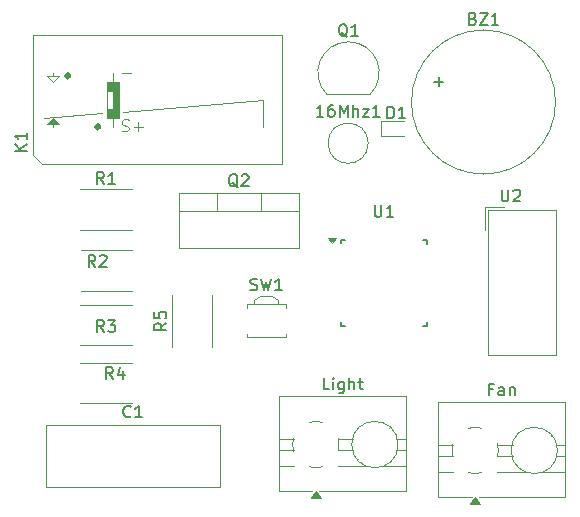
<source format=gbr>
%TF.GenerationSoftware,KiCad,Pcbnew,9.0.0*%
%TF.CreationDate,2025-03-27T13:05:49+05:30*%
%TF.ProjectId,incubator,696e6375-6261-4746-9f72-2e6b69636164,rev?*%
%TF.SameCoordinates,Original*%
%TF.FileFunction,Legend,Top*%
%TF.FilePolarity,Positive*%
%FSLAX46Y46*%
G04 Gerber Fmt 4.6, Leading zero omitted, Abs format (unit mm)*
G04 Created by KiCad (PCBNEW 9.0.0) date 2025-03-27 13:05:49*
%MOMM*%
%LPD*%
G01*
G04 APERTURE LIST*
%ADD10C,0.150000*%
%ADD11C,0.120000*%
%ADD12C,0.314000*%
G04 APERTURE END LIST*
D10*
X113988095Y-96811009D02*
X113654762Y-96811009D01*
X113654762Y-97334819D02*
X113654762Y-96334819D01*
X113654762Y-96334819D02*
X114130952Y-96334819D01*
X114940476Y-97334819D02*
X114940476Y-96811009D01*
X114940476Y-96811009D02*
X114892857Y-96715771D01*
X114892857Y-96715771D02*
X114797619Y-96668152D01*
X114797619Y-96668152D02*
X114607143Y-96668152D01*
X114607143Y-96668152D02*
X114511905Y-96715771D01*
X114940476Y-97287200D02*
X114845238Y-97334819D01*
X114845238Y-97334819D02*
X114607143Y-97334819D01*
X114607143Y-97334819D02*
X114511905Y-97287200D01*
X114511905Y-97287200D02*
X114464286Y-97191961D01*
X114464286Y-97191961D02*
X114464286Y-97096723D01*
X114464286Y-97096723D02*
X114511905Y-97001485D01*
X114511905Y-97001485D02*
X114607143Y-96953866D01*
X114607143Y-96953866D02*
X114845238Y-96953866D01*
X114845238Y-96953866D02*
X114940476Y-96906247D01*
X115416667Y-96668152D02*
X115416667Y-97334819D01*
X115416667Y-96763390D02*
X115464286Y-96715771D01*
X115464286Y-96715771D02*
X115559524Y-96668152D01*
X115559524Y-96668152D02*
X115702381Y-96668152D01*
X115702381Y-96668152D02*
X115797619Y-96715771D01*
X115797619Y-96715771D02*
X115845238Y-96811009D01*
X115845238Y-96811009D02*
X115845238Y-97334819D01*
X103988095Y-81204819D02*
X103988095Y-82014342D01*
X103988095Y-82014342D02*
X104035714Y-82109580D01*
X104035714Y-82109580D02*
X104083333Y-82157200D01*
X104083333Y-82157200D02*
X104178571Y-82204819D01*
X104178571Y-82204819D02*
X104369047Y-82204819D01*
X104369047Y-82204819D02*
X104464285Y-82157200D01*
X104464285Y-82157200D02*
X104511904Y-82109580D01*
X104511904Y-82109580D02*
X104559523Y-82014342D01*
X104559523Y-82014342D02*
X104559523Y-81204819D01*
X105559523Y-82204819D02*
X104988095Y-82204819D01*
X105273809Y-82204819D02*
X105273809Y-81204819D01*
X105273809Y-81204819D02*
X105178571Y-81347676D01*
X105178571Y-81347676D02*
X105083333Y-81442914D01*
X105083333Y-81442914D02*
X104988095Y-81490533D01*
X81833333Y-95954819D02*
X81500000Y-95478628D01*
X81261905Y-95954819D02*
X81261905Y-94954819D01*
X81261905Y-94954819D02*
X81642857Y-94954819D01*
X81642857Y-94954819D02*
X81738095Y-95002438D01*
X81738095Y-95002438D02*
X81785714Y-95050057D01*
X81785714Y-95050057D02*
X81833333Y-95145295D01*
X81833333Y-95145295D02*
X81833333Y-95288152D01*
X81833333Y-95288152D02*
X81785714Y-95383390D01*
X81785714Y-95383390D02*
X81738095Y-95431009D01*
X81738095Y-95431009D02*
X81642857Y-95478628D01*
X81642857Y-95478628D02*
X81261905Y-95478628D01*
X82690476Y-95288152D02*
X82690476Y-95954819D01*
X82452381Y-94907200D02*
X82214286Y-95621485D01*
X82214286Y-95621485D02*
X82833333Y-95621485D01*
X92404761Y-79725057D02*
X92309523Y-79677438D01*
X92309523Y-79677438D02*
X92214285Y-79582200D01*
X92214285Y-79582200D02*
X92071428Y-79439342D01*
X92071428Y-79439342D02*
X91976190Y-79391723D01*
X91976190Y-79391723D02*
X91880952Y-79391723D01*
X91928571Y-79629819D02*
X91833333Y-79582200D01*
X91833333Y-79582200D02*
X91738095Y-79486961D01*
X91738095Y-79486961D02*
X91690476Y-79296485D01*
X91690476Y-79296485D02*
X91690476Y-78963152D01*
X91690476Y-78963152D02*
X91738095Y-78772676D01*
X91738095Y-78772676D02*
X91833333Y-78677438D01*
X91833333Y-78677438D02*
X91928571Y-78629819D01*
X91928571Y-78629819D02*
X92119047Y-78629819D01*
X92119047Y-78629819D02*
X92214285Y-78677438D01*
X92214285Y-78677438D02*
X92309523Y-78772676D01*
X92309523Y-78772676D02*
X92357142Y-78963152D01*
X92357142Y-78963152D02*
X92357142Y-79296485D01*
X92357142Y-79296485D02*
X92309523Y-79486961D01*
X92309523Y-79486961D02*
X92214285Y-79582200D01*
X92214285Y-79582200D02*
X92119047Y-79629819D01*
X92119047Y-79629819D02*
X91928571Y-79629819D01*
X92738095Y-78725057D02*
X92785714Y-78677438D01*
X92785714Y-78677438D02*
X92880952Y-78629819D01*
X92880952Y-78629819D02*
X93119047Y-78629819D01*
X93119047Y-78629819D02*
X93214285Y-78677438D01*
X93214285Y-78677438D02*
X93261904Y-78725057D01*
X93261904Y-78725057D02*
X93309523Y-78820295D01*
X93309523Y-78820295D02*
X93309523Y-78915533D01*
X93309523Y-78915533D02*
X93261904Y-79058390D01*
X93261904Y-79058390D02*
X92690476Y-79629819D01*
X92690476Y-79629819D02*
X93309523Y-79629819D01*
X86334819Y-91204166D02*
X85858628Y-91537499D01*
X86334819Y-91775594D02*
X85334819Y-91775594D01*
X85334819Y-91775594D02*
X85334819Y-91394642D01*
X85334819Y-91394642D02*
X85382438Y-91299404D01*
X85382438Y-91299404D02*
X85430057Y-91251785D01*
X85430057Y-91251785D02*
X85525295Y-91204166D01*
X85525295Y-91204166D02*
X85668152Y-91204166D01*
X85668152Y-91204166D02*
X85763390Y-91251785D01*
X85763390Y-91251785D02*
X85811009Y-91299404D01*
X85811009Y-91299404D02*
X85858628Y-91394642D01*
X85858628Y-91394642D02*
X85858628Y-91775594D01*
X85334819Y-90299404D02*
X85334819Y-90775594D01*
X85334819Y-90775594D02*
X85811009Y-90823213D01*
X85811009Y-90823213D02*
X85763390Y-90775594D01*
X85763390Y-90775594D02*
X85715771Y-90680356D01*
X85715771Y-90680356D02*
X85715771Y-90442261D01*
X85715771Y-90442261D02*
X85763390Y-90347023D01*
X85763390Y-90347023D02*
X85811009Y-90299404D01*
X85811009Y-90299404D02*
X85906247Y-90251785D01*
X85906247Y-90251785D02*
X86144342Y-90251785D01*
X86144342Y-90251785D02*
X86239580Y-90299404D01*
X86239580Y-90299404D02*
X86287200Y-90347023D01*
X86287200Y-90347023D02*
X86334819Y-90442261D01*
X86334819Y-90442261D02*
X86334819Y-90680356D01*
X86334819Y-90680356D02*
X86287200Y-90775594D01*
X86287200Y-90775594D02*
X86239580Y-90823213D01*
X99639761Y-73739819D02*
X99068333Y-73739819D01*
X99354047Y-73739819D02*
X99354047Y-72739819D01*
X99354047Y-72739819D02*
X99258809Y-72882676D01*
X99258809Y-72882676D02*
X99163571Y-72977914D01*
X99163571Y-72977914D02*
X99068333Y-73025533D01*
X100496904Y-72739819D02*
X100306428Y-72739819D01*
X100306428Y-72739819D02*
X100211190Y-72787438D01*
X100211190Y-72787438D02*
X100163571Y-72835057D01*
X100163571Y-72835057D02*
X100068333Y-72977914D01*
X100068333Y-72977914D02*
X100020714Y-73168390D01*
X100020714Y-73168390D02*
X100020714Y-73549342D01*
X100020714Y-73549342D02*
X100068333Y-73644580D01*
X100068333Y-73644580D02*
X100115952Y-73692200D01*
X100115952Y-73692200D02*
X100211190Y-73739819D01*
X100211190Y-73739819D02*
X100401666Y-73739819D01*
X100401666Y-73739819D02*
X100496904Y-73692200D01*
X100496904Y-73692200D02*
X100544523Y-73644580D01*
X100544523Y-73644580D02*
X100592142Y-73549342D01*
X100592142Y-73549342D02*
X100592142Y-73311247D01*
X100592142Y-73311247D02*
X100544523Y-73216009D01*
X100544523Y-73216009D02*
X100496904Y-73168390D01*
X100496904Y-73168390D02*
X100401666Y-73120771D01*
X100401666Y-73120771D02*
X100211190Y-73120771D01*
X100211190Y-73120771D02*
X100115952Y-73168390D01*
X100115952Y-73168390D02*
X100068333Y-73216009D01*
X100068333Y-73216009D02*
X100020714Y-73311247D01*
X101020714Y-73739819D02*
X101020714Y-72739819D01*
X101020714Y-72739819D02*
X101354047Y-73454104D01*
X101354047Y-73454104D02*
X101687380Y-72739819D01*
X101687380Y-72739819D02*
X101687380Y-73739819D01*
X102163571Y-73739819D02*
X102163571Y-72739819D01*
X102592142Y-73739819D02*
X102592142Y-73216009D01*
X102592142Y-73216009D02*
X102544523Y-73120771D01*
X102544523Y-73120771D02*
X102449285Y-73073152D01*
X102449285Y-73073152D02*
X102306428Y-73073152D01*
X102306428Y-73073152D02*
X102211190Y-73120771D01*
X102211190Y-73120771D02*
X102163571Y-73168390D01*
X102973095Y-73073152D02*
X103496904Y-73073152D01*
X103496904Y-73073152D02*
X102973095Y-73739819D01*
X102973095Y-73739819D02*
X103496904Y-73739819D01*
X104401666Y-73739819D02*
X103830238Y-73739819D01*
X104115952Y-73739819D02*
X104115952Y-72739819D01*
X104115952Y-72739819D02*
X104020714Y-72882676D01*
X104020714Y-72882676D02*
X103925476Y-72977914D01*
X103925476Y-72977914D02*
X103830238Y-73025533D01*
X101674761Y-66990057D02*
X101579523Y-66942438D01*
X101579523Y-66942438D02*
X101484285Y-66847200D01*
X101484285Y-66847200D02*
X101341428Y-66704342D01*
X101341428Y-66704342D02*
X101246190Y-66656723D01*
X101246190Y-66656723D02*
X101150952Y-66656723D01*
X101198571Y-66894819D02*
X101103333Y-66847200D01*
X101103333Y-66847200D02*
X101008095Y-66751961D01*
X101008095Y-66751961D02*
X100960476Y-66561485D01*
X100960476Y-66561485D02*
X100960476Y-66228152D01*
X100960476Y-66228152D02*
X101008095Y-66037676D01*
X101008095Y-66037676D02*
X101103333Y-65942438D01*
X101103333Y-65942438D02*
X101198571Y-65894819D01*
X101198571Y-65894819D02*
X101389047Y-65894819D01*
X101389047Y-65894819D02*
X101484285Y-65942438D01*
X101484285Y-65942438D02*
X101579523Y-66037676D01*
X101579523Y-66037676D02*
X101627142Y-66228152D01*
X101627142Y-66228152D02*
X101627142Y-66561485D01*
X101627142Y-66561485D02*
X101579523Y-66751961D01*
X101579523Y-66751961D02*
X101484285Y-66847200D01*
X101484285Y-66847200D02*
X101389047Y-66894819D01*
X101389047Y-66894819D02*
X101198571Y-66894819D01*
X102579523Y-66894819D02*
X102008095Y-66894819D01*
X102293809Y-66894819D02*
X102293809Y-65894819D01*
X102293809Y-65894819D02*
X102198571Y-66037676D01*
X102198571Y-66037676D02*
X102103333Y-66132914D01*
X102103333Y-66132914D02*
X102008095Y-66180533D01*
X81068333Y-79449819D02*
X80735000Y-78973628D01*
X80496905Y-79449819D02*
X80496905Y-78449819D01*
X80496905Y-78449819D02*
X80877857Y-78449819D01*
X80877857Y-78449819D02*
X80973095Y-78497438D01*
X80973095Y-78497438D02*
X81020714Y-78545057D01*
X81020714Y-78545057D02*
X81068333Y-78640295D01*
X81068333Y-78640295D02*
X81068333Y-78783152D01*
X81068333Y-78783152D02*
X81020714Y-78878390D01*
X81020714Y-78878390D02*
X80973095Y-78926009D01*
X80973095Y-78926009D02*
X80877857Y-78973628D01*
X80877857Y-78973628D02*
X80496905Y-78973628D01*
X82020714Y-79449819D02*
X81449286Y-79449819D01*
X81735000Y-79449819D02*
X81735000Y-78449819D01*
X81735000Y-78449819D02*
X81639762Y-78592676D01*
X81639762Y-78592676D02*
X81544524Y-78687914D01*
X81544524Y-78687914D02*
X81449286Y-78735533D01*
X105061905Y-73889819D02*
X105061905Y-72889819D01*
X105061905Y-72889819D02*
X105300000Y-72889819D01*
X105300000Y-72889819D02*
X105442857Y-72937438D01*
X105442857Y-72937438D02*
X105538095Y-73032676D01*
X105538095Y-73032676D02*
X105585714Y-73127914D01*
X105585714Y-73127914D02*
X105633333Y-73318390D01*
X105633333Y-73318390D02*
X105633333Y-73461247D01*
X105633333Y-73461247D02*
X105585714Y-73651723D01*
X105585714Y-73651723D02*
X105538095Y-73746961D01*
X105538095Y-73746961D02*
X105442857Y-73842200D01*
X105442857Y-73842200D02*
X105300000Y-73889819D01*
X105300000Y-73889819D02*
X105061905Y-73889819D01*
X106585714Y-73889819D02*
X106014286Y-73889819D01*
X106300000Y-73889819D02*
X106300000Y-72889819D01*
X106300000Y-72889819D02*
X106204762Y-73032676D01*
X106204762Y-73032676D02*
X106109524Y-73127914D01*
X106109524Y-73127914D02*
X106014286Y-73175533D01*
X83333333Y-99109580D02*
X83285714Y-99157200D01*
X83285714Y-99157200D02*
X83142857Y-99204819D01*
X83142857Y-99204819D02*
X83047619Y-99204819D01*
X83047619Y-99204819D02*
X82904762Y-99157200D01*
X82904762Y-99157200D02*
X82809524Y-99061961D01*
X82809524Y-99061961D02*
X82761905Y-98966723D01*
X82761905Y-98966723D02*
X82714286Y-98776247D01*
X82714286Y-98776247D02*
X82714286Y-98633390D01*
X82714286Y-98633390D02*
X82761905Y-98442914D01*
X82761905Y-98442914D02*
X82809524Y-98347676D01*
X82809524Y-98347676D02*
X82904762Y-98252438D01*
X82904762Y-98252438D02*
X83047619Y-98204819D01*
X83047619Y-98204819D02*
X83142857Y-98204819D01*
X83142857Y-98204819D02*
X83285714Y-98252438D01*
X83285714Y-98252438D02*
X83333333Y-98300057D01*
X84285714Y-99204819D02*
X83714286Y-99204819D01*
X84000000Y-99204819D02*
X84000000Y-98204819D01*
X84000000Y-98204819D02*
X83904762Y-98347676D01*
X83904762Y-98347676D02*
X83809524Y-98442914D01*
X83809524Y-98442914D02*
X83714286Y-98490533D01*
X81068333Y-91954819D02*
X80735000Y-91478628D01*
X80496905Y-91954819D02*
X80496905Y-90954819D01*
X80496905Y-90954819D02*
X80877857Y-90954819D01*
X80877857Y-90954819D02*
X80973095Y-91002438D01*
X80973095Y-91002438D02*
X81020714Y-91050057D01*
X81020714Y-91050057D02*
X81068333Y-91145295D01*
X81068333Y-91145295D02*
X81068333Y-91288152D01*
X81068333Y-91288152D02*
X81020714Y-91383390D01*
X81020714Y-91383390D02*
X80973095Y-91431009D01*
X80973095Y-91431009D02*
X80877857Y-91478628D01*
X80877857Y-91478628D02*
X80496905Y-91478628D01*
X81401667Y-90954819D02*
X82020714Y-90954819D01*
X82020714Y-90954819D02*
X81687381Y-91335771D01*
X81687381Y-91335771D02*
X81830238Y-91335771D01*
X81830238Y-91335771D02*
X81925476Y-91383390D01*
X81925476Y-91383390D02*
X81973095Y-91431009D01*
X81973095Y-91431009D02*
X82020714Y-91526247D01*
X82020714Y-91526247D02*
X82020714Y-91764342D01*
X82020714Y-91764342D02*
X81973095Y-91859580D01*
X81973095Y-91859580D02*
X81925476Y-91907200D01*
X81925476Y-91907200D02*
X81830238Y-91954819D01*
X81830238Y-91954819D02*
X81544524Y-91954819D01*
X81544524Y-91954819D02*
X81449286Y-91907200D01*
X81449286Y-91907200D02*
X81401667Y-91859580D01*
X112319047Y-65431009D02*
X112461904Y-65478628D01*
X112461904Y-65478628D02*
X112509523Y-65526247D01*
X112509523Y-65526247D02*
X112557142Y-65621485D01*
X112557142Y-65621485D02*
X112557142Y-65764342D01*
X112557142Y-65764342D02*
X112509523Y-65859580D01*
X112509523Y-65859580D02*
X112461904Y-65907200D01*
X112461904Y-65907200D02*
X112366666Y-65954819D01*
X112366666Y-65954819D02*
X111985714Y-65954819D01*
X111985714Y-65954819D02*
X111985714Y-64954819D01*
X111985714Y-64954819D02*
X112319047Y-64954819D01*
X112319047Y-64954819D02*
X112414285Y-65002438D01*
X112414285Y-65002438D02*
X112461904Y-65050057D01*
X112461904Y-65050057D02*
X112509523Y-65145295D01*
X112509523Y-65145295D02*
X112509523Y-65240533D01*
X112509523Y-65240533D02*
X112461904Y-65335771D01*
X112461904Y-65335771D02*
X112414285Y-65383390D01*
X112414285Y-65383390D02*
X112319047Y-65431009D01*
X112319047Y-65431009D02*
X111985714Y-65431009D01*
X112890476Y-64954819D02*
X113557142Y-64954819D01*
X113557142Y-64954819D02*
X112890476Y-65954819D01*
X112890476Y-65954819D02*
X113557142Y-65954819D01*
X114461904Y-65954819D02*
X113890476Y-65954819D01*
X114176190Y-65954819D02*
X114176190Y-64954819D01*
X114176190Y-64954819D02*
X114080952Y-65097676D01*
X114080952Y-65097676D02*
X113985714Y-65192914D01*
X113985714Y-65192914D02*
X113890476Y-65240533D01*
X109019048Y-70773866D02*
X109780953Y-70773866D01*
X109400000Y-71154819D02*
X109400000Y-70392914D01*
X80333333Y-86454819D02*
X80000000Y-85978628D01*
X79761905Y-86454819D02*
X79761905Y-85454819D01*
X79761905Y-85454819D02*
X80142857Y-85454819D01*
X80142857Y-85454819D02*
X80238095Y-85502438D01*
X80238095Y-85502438D02*
X80285714Y-85550057D01*
X80285714Y-85550057D02*
X80333333Y-85645295D01*
X80333333Y-85645295D02*
X80333333Y-85788152D01*
X80333333Y-85788152D02*
X80285714Y-85883390D01*
X80285714Y-85883390D02*
X80238095Y-85931009D01*
X80238095Y-85931009D02*
X80142857Y-85978628D01*
X80142857Y-85978628D02*
X79761905Y-85978628D01*
X80714286Y-85550057D02*
X80761905Y-85502438D01*
X80761905Y-85502438D02*
X80857143Y-85454819D01*
X80857143Y-85454819D02*
X81095238Y-85454819D01*
X81095238Y-85454819D02*
X81190476Y-85502438D01*
X81190476Y-85502438D02*
X81238095Y-85550057D01*
X81238095Y-85550057D02*
X81285714Y-85645295D01*
X81285714Y-85645295D02*
X81285714Y-85740533D01*
X81285714Y-85740533D02*
X81238095Y-85883390D01*
X81238095Y-85883390D02*
X80666667Y-86454819D01*
X80666667Y-86454819D02*
X81285714Y-86454819D01*
X93466667Y-88407200D02*
X93609524Y-88454819D01*
X93609524Y-88454819D02*
X93847619Y-88454819D01*
X93847619Y-88454819D02*
X93942857Y-88407200D01*
X93942857Y-88407200D02*
X93990476Y-88359580D01*
X93990476Y-88359580D02*
X94038095Y-88264342D01*
X94038095Y-88264342D02*
X94038095Y-88169104D01*
X94038095Y-88169104D02*
X93990476Y-88073866D01*
X93990476Y-88073866D02*
X93942857Y-88026247D01*
X93942857Y-88026247D02*
X93847619Y-87978628D01*
X93847619Y-87978628D02*
X93657143Y-87931009D01*
X93657143Y-87931009D02*
X93561905Y-87883390D01*
X93561905Y-87883390D02*
X93514286Y-87835771D01*
X93514286Y-87835771D02*
X93466667Y-87740533D01*
X93466667Y-87740533D02*
X93466667Y-87645295D01*
X93466667Y-87645295D02*
X93514286Y-87550057D01*
X93514286Y-87550057D02*
X93561905Y-87502438D01*
X93561905Y-87502438D02*
X93657143Y-87454819D01*
X93657143Y-87454819D02*
X93895238Y-87454819D01*
X93895238Y-87454819D02*
X94038095Y-87502438D01*
X94371429Y-87454819D02*
X94609524Y-88454819D01*
X94609524Y-88454819D02*
X94800000Y-87740533D01*
X94800000Y-87740533D02*
X94990476Y-88454819D01*
X94990476Y-88454819D02*
X95228572Y-87454819D01*
X96133333Y-88454819D02*
X95561905Y-88454819D01*
X95847619Y-88454819D02*
X95847619Y-87454819D01*
X95847619Y-87454819D02*
X95752381Y-87597676D01*
X95752381Y-87597676D02*
X95657143Y-87692914D01*
X95657143Y-87692914D02*
X95561905Y-87740533D01*
X100130952Y-96834819D02*
X99654762Y-96834819D01*
X99654762Y-96834819D02*
X99654762Y-95834819D01*
X100464286Y-96834819D02*
X100464286Y-96168152D01*
X100464286Y-95834819D02*
X100416667Y-95882438D01*
X100416667Y-95882438D02*
X100464286Y-95930057D01*
X100464286Y-95930057D02*
X100511905Y-95882438D01*
X100511905Y-95882438D02*
X100464286Y-95834819D01*
X100464286Y-95834819D02*
X100464286Y-95930057D01*
X101369047Y-96168152D02*
X101369047Y-96977676D01*
X101369047Y-96977676D02*
X101321428Y-97072914D01*
X101321428Y-97072914D02*
X101273809Y-97120533D01*
X101273809Y-97120533D02*
X101178571Y-97168152D01*
X101178571Y-97168152D02*
X101035714Y-97168152D01*
X101035714Y-97168152D02*
X100940476Y-97120533D01*
X101369047Y-96787200D02*
X101273809Y-96834819D01*
X101273809Y-96834819D02*
X101083333Y-96834819D01*
X101083333Y-96834819D02*
X100988095Y-96787200D01*
X100988095Y-96787200D02*
X100940476Y-96739580D01*
X100940476Y-96739580D02*
X100892857Y-96644342D01*
X100892857Y-96644342D02*
X100892857Y-96358628D01*
X100892857Y-96358628D02*
X100940476Y-96263390D01*
X100940476Y-96263390D02*
X100988095Y-96215771D01*
X100988095Y-96215771D02*
X101083333Y-96168152D01*
X101083333Y-96168152D02*
X101273809Y-96168152D01*
X101273809Y-96168152D02*
X101369047Y-96215771D01*
X101845238Y-96834819D02*
X101845238Y-95834819D01*
X102273809Y-96834819D02*
X102273809Y-96311009D01*
X102273809Y-96311009D02*
X102226190Y-96215771D01*
X102226190Y-96215771D02*
X102130952Y-96168152D01*
X102130952Y-96168152D02*
X101988095Y-96168152D01*
X101988095Y-96168152D02*
X101892857Y-96215771D01*
X101892857Y-96215771D02*
X101845238Y-96263390D01*
X102607143Y-96168152D02*
X102988095Y-96168152D01*
X102750000Y-95834819D02*
X102750000Y-96691961D01*
X102750000Y-96691961D02*
X102797619Y-96787200D01*
X102797619Y-96787200D02*
X102892857Y-96834819D01*
X102892857Y-96834819D02*
X102988095Y-96834819D01*
X114738095Y-79914819D02*
X114738095Y-80724342D01*
X114738095Y-80724342D02*
X114785714Y-80819580D01*
X114785714Y-80819580D02*
X114833333Y-80867200D01*
X114833333Y-80867200D02*
X114928571Y-80914819D01*
X114928571Y-80914819D02*
X115119047Y-80914819D01*
X115119047Y-80914819D02*
X115214285Y-80867200D01*
X115214285Y-80867200D02*
X115261904Y-80819580D01*
X115261904Y-80819580D02*
X115309523Y-80724342D01*
X115309523Y-80724342D02*
X115309523Y-79914819D01*
X115738095Y-80010057D02*
X115785714Y-79962438D01*
X115785714Y-79962438D02*
X115880952Y-79914819D01*
X115880952Y-79914819D02*
X116119047Y-79914819D01*
X116119047Y-79914819D02*
X116214285Y-79962438D01*
X116214285Y-79962438D02*
X116261904Y-80010057D01*
X116261904Y-80010057D02*
X116309523Y-80105295D01*
X116309523Y-80105295D02*
X116309523Y-80200533D01*
X116309523Y-80200533D02*
X116261904Y-80343390D01*
X116261904Y-80343390D02*
X115690476Y-80914819D01*
X115690476Y-80914819D02*
X116309523Y-80914819D01*
X74507819Y-76604094D02*
X73507819Y-76604094D01*
X74507819Y-76032666D02*
X73936390Y-76461237D01*
X73507819Y-76032666D02*
X74079247Y-76604094D01*
X74507819Y-75080285D02*
X74507819Y-75651713D01*
X74507819Y-75365999D02*
X73507819Y-75365999D01*
X73507819Y-75365999D02*
X73650676Y-75461237D01*
X73650676Y-75461237D02*
X73745914Y-75556475D01*
X73745914Y-75556475D02*
X73793533Y-75651713D01*
D11*
X82577423Y-74927760D02*
X82720280Y-74975379D01*
X82720280Y-74975379D02*
X82958375Y-74975379D01*
X82958375Y-74975379D02*
X83053613Y-74927760D01*
X83053613Y-74927760D02*
X83101232Y-74880140D01*
X83101232Y-74880140D02*
X83148851Y-74784902D01*
X83148851Y-74784902D02*
X83148851Y-74689664D01*
X83148851Y-74689664D02*
X83101232Y-74594426D01*
X83101232Y-74594426D02*
X83053613Y-74546807D01*
X83053613Y-74546807D02*
X82958375Y-74499188D01*
X82958375Y-74499188D02*
X82767899Y-74451569D01*
X82767899Y-74451569D02*
X82672661Y-74403950D01*
X82672661Y-74403950D02*
X82625042Y-74356331D01*
X82625042Y-74356331D02*
X82577423Y-74261093D01*
X82577423Y-74261093D02*
X82577423Y-74165855D01*
X82577423Y-74165855D02*
X82625042Y-74070617D01*
X82625042Y-74070617D02*
X82672661Y-74022998D01*
X82672661Y-74022998D02*
X82767899Y-73975379D01*
X82767899Y-73975379D02*
X83005994Y-73975379D01*
X83005994Y-73975379D02*
X83148851Y-74022998D01*
X83577423Y-74594426D02*
X84339328Y-74594426D01*
X83958375Y-74975379D02*
X83958375Y-74213474D01*
X82625042Y-70022426D02*
X83386947Y-70022426D01*
%TO.C,Fan*%
X109380000Y-97880000D02*
X109380000Y-105920000D01*
X109380000Y-97880000D02*
X120120000Y-97880000D01*
X109380000Y-101500000D02*
X110620000Y-101500000D01*
X109380000Y-102500000D02*
X110620000Y-102500000D01*
X109380000Y-103800000D02*
X110620000Y-103800000D01*
X109380000Y-105920000D02*
X112200000Y-105920000D01*
X112800000Y-105920000D02*
X120120000Y-105920000D01*
X114380000Y-101500000D02*
X115688000Y-101500000D01*
X114380000Y-102500000D02*
X115688000Y-102500000D01*
X114380000Y-103800000D02*
X116957000Y-103800000D01*
X116056000Y-103204000D02*
X116013000Y-103247000D01*
X116295000Y-103443000D02*
X116252000Y-103486000D01*
X118043000Y-103800000D02*
X120120000Y-103800000D01*
X118747000Y-100514000D02*
X118704000Y-100557000D01*
X118987000Y-100753000D02*
X118944000Y-100796000D01*
X119312000Y-101500000D02*
X120120000Y-101500000D01*
X119312000Y-102500000D02*
X120120000Y-102500000D01*
X120120000Y-97880000D02*
X120120000Y-105920000D01*
X110620000Y-102554000D02*
G75*
G02*
X110620139Y-101445528I1879990J554000D01*
G01*
X111946000Y-100120000D02*
G75*
G02*
X113054472Y-100120139I554000J-1880000D01*
G01*
X113054000Y-103880000D02*
G75*
G02*
X111945528Y-103879861I-554000J1879990D01*
G01*
X114380000Y-101446000D02*
G75*
G02*
X114379861Y-102554472I-1880000J-554000D01*
G01*
X119460000Y-102000000D02*
G75*
G02*
X115540000Y-102000000I-1960000J0D01*
G01*
X115540000Y-102000000D02*
G75*
G02*
X119460000Y-102000000I1960000J0D01*
G01*
X112940000Y-106530000D02*
X112060000Y-106530000D01*
X112500000Y-105920000D01*
X112940000Y-106530000D01*
G36*
X112940000Y-106530000D02*
G01*
X112060000Y-106530000D01*
X112500000Y-105920000D01*
X112940000Y-106530000D01*
G37*
D10*
%TO.C,U1*%
X101125000Y-84175000D02*
X101125000Y-84400000D01*
X101125000Y-84175000D02*
X101450000Y-84175000D01*
X101125000Y-91425000D02*
X101125000Y-91100000D01*
X101125000Y-91425000D02*
X101450000Y-91425000D01*
X108375000Y-84175000D02*
X108050000Y-84175000D01*
X108375000Y-84175000D02*
X108375000Y-84500000D01*
X108375000Y-91425000D02*
X108050000Y-91425000D01*
X108375000Y-91425000D02*
X108375000Y-91100000D01*
D11*
X100360000Y-84460000D02*
X100020000Y-83990000D01*
X100700000Y-83990000D01*
X100360000Y-84460000D01*
G36*
X100360000Y-84460000D02*
G01*
X100020000Y-83990000D01*
X100700000Y-83990000D01*
X100360000Y-84460000D01*
G37*
%TO.C,R4*%
X79057936Y-94575000D02*
X83412064Y-94575000D01*
X79057936Y-97995000D02*
X83412064Y-97995000D01*
%TO.C,Q2*%
X87380000Y-80175000D02*
X87380000Y-84816000D01*
X87380000Y-80175000D02*
X97620000Y-80175000D01*
X87380000Y-81685000D02*
X97620000Y-81685000D01*
X87380000Y-84816000D02*
X97620000Y-84816000D01*
X90650000Y-80175000D02*
X90650000Y-81685000D01*
X94351000Y-80175000D02*
X94351000Y-81685000D01*
X97620000Y-80175000D02*
X97620000Y-84816000D01*
%TO.C,R5*%
X86790000Y-93214564D02*
X86790000Y-88860436D01*
X90210000Y-93214564D02*
X90210000Y-88860436D01*
%TO.C,16Mhz1*%
X100035000Y-75985000D02*
G75*
G02*
X103435000Y-75985000I1700000J0D01*
G01*
X103435000Y-75985000D02*
G75*
G02*
X100035000Y-75985000I-1700000J0D01*
G01*
%TO.C,Q1*%
X99970000Y-71850000D02*
X103570000Y-71850000D01*
X99931522Y-71838478D02*
G75*
G02*
X101770000Y-67399999I1838478J1838478D01*
G01*
X101770000Y-67400000D02*
G75*
G02*
X103608478Y-71838478I0J-2600000D01*
G01*
%TO.C,R1*%
X79057936Y-79905000D02*
X83412064Y-79905000D01*
X79057936Y-83325000D02*
X83412064Y-83325000D01*
%TO.C,D1*%
X104540000Y-74135000D02*
X104540000Y-75335000D01*
X106500000Y-74135000D02*
X104540000Y-74135000D01*
X106500000Y-75335000D02*
X104540000Y-75335000D01*
%TO.C,C1*%
X76130000Y-99880000D02*
X76130000Y-105120000D01*
X76130000Y-99880000D02*
X90870000Y-99880000D01*
X76130000Y-105120000D02*
X90870000Y-105120000D01*
X90870000Y-99880000D02*
X90870000Y-105120000D01*
%TO.C,R3*%
X79057936Y-89685000D02*
X83412064Y-89685000D01*
X79057936Y-93105000D02*
X83412064Y-93105000D01*
%TO.C,BZ1*%
X119300000Y-72500000D02*
G75*
G02*
X107100000Y-72500000I-6100000J0D01*
G01*
X107100000Y-72500000D02*
G75*
G02*
X119300000Y-72500000I6100000J0D01*
G01*
%TO.C,R2*%
X79125436Y-85060000D02*
X83479564Y-85060000D01*
X79125436Y-88480000D02*
X83479564Y-88480000D01*
%TO.C,SW1*%
X93150000Y-89600000D02*
X96450000Y-89600000D01*
X93150000Y-89900000D02*
X93150000Y-89600000D01*
X93150000Y-92100000D02*
X93150000Y-92400000D01*
X93150000Y-92400000D02*
X96450000Y-92400000D01*
X93800000Y-89280000D02*
X93800000Y-89600000D01*
X94300000Y-88900000D02*
X93800000Y-89280000D01*
X94300000Y-88900000D02*
X95300000Y-88900000D01*
X95300000Y-88900000D02*
X95800000Y-89280000D01*
X95800000Y-89280000D02*
X95800000Y-89600000D01*
X96450000Y-89600000D02*
X96450000Y-89900000D01*
X96450000Y-92400000D02*
X96450000Y-92100000D01*
%TO.C,Light*%
X95880000Y-97380000D02*
X95880000Y-105420000D01*
X95880000Y-97380000D02*
X106620000Y-97380000D01*
X95880000Y-101000000D02*
X97120000Y-101000000D01*
X95880000Y-102000000D02*
X97120000Y-102000000D01*
X95880000Y-103300000D02*
X97120000Y-103300000D01*
X95880000Y-105420000D02*
X98700000Y-105420000D01*
X99300000Y-105420000D02*
X106620000Y-105420000D01*
X100880000Y-101000000D02*
X102188000Y-101000000D01*
X100880000Y-102000000D02*
X102188000Y-102000000D01*
X100880000Y-103300000D02*
X103457000Y-103300000D01*
X102556000Y-102704000D02*
X102513000Y-102747000D01*
X102795000Y-102943000D02*
X102752000Y-102986000D01*
X104543000Y-103300000D02*
X106620000Y-103300000D01*
X105247000Y-100014000D02*
X105204000Y-100057000D01*
X105487000Y-100253000D02*
X105444000Y-100296000D01*
X105812000Y-101000000D02*
X106620000Y-101000000D01*
X105812000Y-102000000D02*
X106620000Y-102000000D01*
X106620000Y-97380000D02*
X106620000Y-105420000D01*
X97120000Y-102054000D02*
G75*
G02*
X97120139Y-100945528I1879990J554000D01*
G01*
X98446000Y-99620000D02*
G75*
G02*
X99554472Y-99620139I554000J-1880000D01*
G01*
X99554000Y-103380000D02*
G75*
G02*
X98445528Y-103379861I-554000J1879990D01*
G01*
X100880000Y-100946000D02*
G75*
G02*
X100879861Y-102054472I-1880000J-554000D01*
G01*
X105960000Y-101500000D02*
G75*
G02*
X102040000Y-101500000I-1960000J0D01*
G01*
X102040000Y-101500000D02*
G75*
G02*
X105960000Y-101500000I1960000J0D01*
G01*
X99440000Y-106030000D02*
X98560000Y-106030000D01*
X99000000Y-105420000D01*
X99440000Y-106030000D01*
G36*
X99440000Y-106030000D02*
G01*
X98560000Y-106030000D01*
X99000000Y-105420000D01*
X99440000Y-106030000D01*
G37*
%TO.C,U2*%
X113340000Y-81360000D02*
X113340000Y-83360000D01*
X113340000Y-81360000D02*
X114950000Y-81360000D01*
X113620000Y-93900000D02*
X113620000Y-81650000D01*
X113630000Y-81640000D02*
X119370000Y-81640000D01*
X119380000Y-81640000D02*
X119380000Y-93900000D01*
X119380000Y-93900000D02*
X113620000Y-93900000D01*
%TO.C,K1*%
X75069000Y-66849000D02*
X96151000Y-66849000D01*
X75069000Y-77010000D02*
X75069000Y-66849000D01*
X75830000Y-77771000D02*
X75069000Y-77010000D01*
X75830000Y-77771000D02*
X96151000Y-77771000D01*
X75958000Y-73834000D02*
X80936400Y-73427600D01*
X76720000Y-70278000D02*
X76720000Y-70024000D01*
X76720000Y-74596000D02*
X76720000Y-74342000D01*
X81292000Y-73834000D02*
X81292000Y-70786000D01*
X81800000Y-70786000D02*
X81800000Y-70024000D01*
X81800000Y-73834000D02*
X81800000Y-74596000D01*
X82663600Y-73326000D02*
X94500000Y-72310000D01*
X94500000Y-74596000D02*
X94500000Y-72310000D01*
X96151000Y-77771000D02*
X96151000Y-66849000D01*
D12*
X78147000Y-70278000D02*
G75*
G02*
X77833000Y-70278000I-157000J0D01*
G01*
X77833000Y-70278000D02*
G75*
G02*
X78147000Y-70278000I157000J0D01*
G01*
X80687000Y-74596000D02*
G75*
G02*
X80373000Y-74596000I-157000J0D01*
G01*
X80373000Y-74596000D02*
G75*
G02*
X80687000Y-74596000I157000J0D01*
G01*
D11*
X76720000Y-70786000D02*
X76212000Y-70278000D01*
X77228000Y-70278000D01*
X76720000Y-70786000D01*
X77228000Y-74342000D02*
X76212000Y-74342000D01*
X76720000Y-73834000D01*
X77228000Y-74342000D01*
G36*
X77228000Y-74342000D02*
G01*
X76212000Y-74342000D01*
X76720000Y-73834000D01*
X77228000Y-74342000D01*
G37*
X82310000Y-73834000D02*
X81292000Y-73834000D01*
X81292000Y-73072000D01*
X81800000Y-73072000D01*
X81800000Y-71548000D01*
X81292000Y-71548000D01*
X81292000Y-70786000D01*
X82309000Y-70786000D01*
X82310000Y-73834000D01*
G36*
X82310000Y-73834000D02*
G01*
X81292000Y-73834000D01*
X81292000Y-73072000D01*
X81800000Y-73072000D01*
X81800000Y-71548000D01*
X81292000Y-71548000D01*
X81292000Y-70786000D01*
X82309000Y-70786000D01*
X82310000Y-73834000D01*
G37*
%TD*%
M02*

</source>
